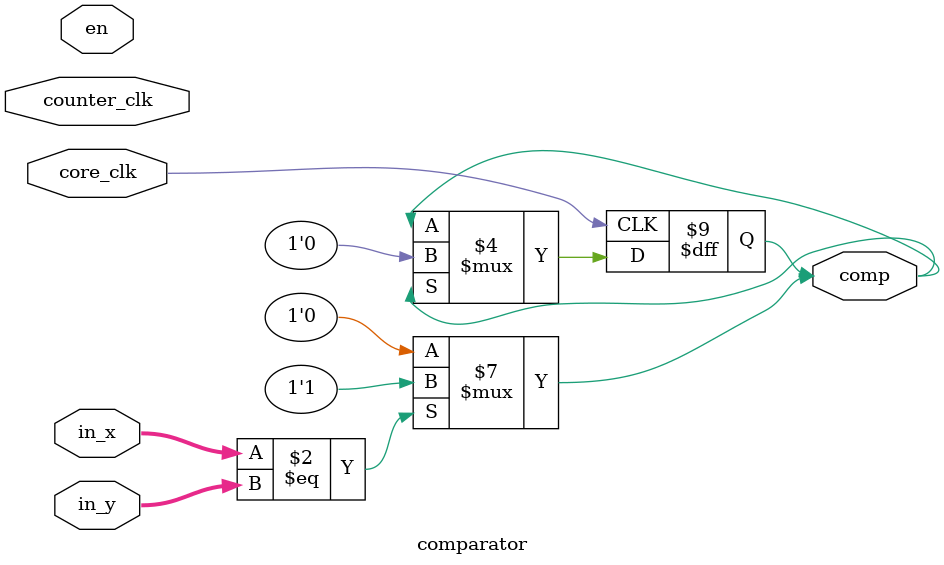
<source format=v>
module comparator (
    input counter_clk,
    input core_clk,
    input [3:0] in_x, in_y,
    input en,
    output reg comp
);


    always @(*) begin
//        if (en) begin
            if (in_x == in_y) comp <= 1;
            else comp <= 0;
//         end
    end
    
    always @ (negedge core_clk) begin
        // Making sets and resets only high for one core cycle
        if (comp) comp<=0; // if comp is high last cycle, toggle to low
    end

endmodule

</source>
